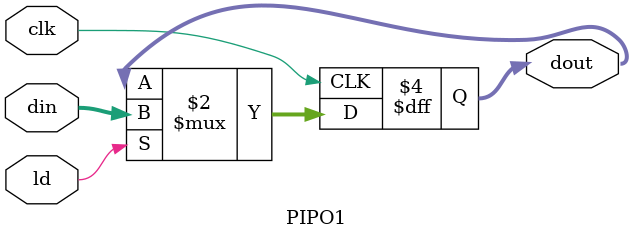
<source format=v>
`timescale 1ns / 1ps
module PIPO1(dout,din,ld,clk);
    output reg [15:0] dout;
    input[15:0] din;
    input ld;
    input clk;
    always@(posedge clk)
	 if (ld) dout <= din;


endmodule

</source>
